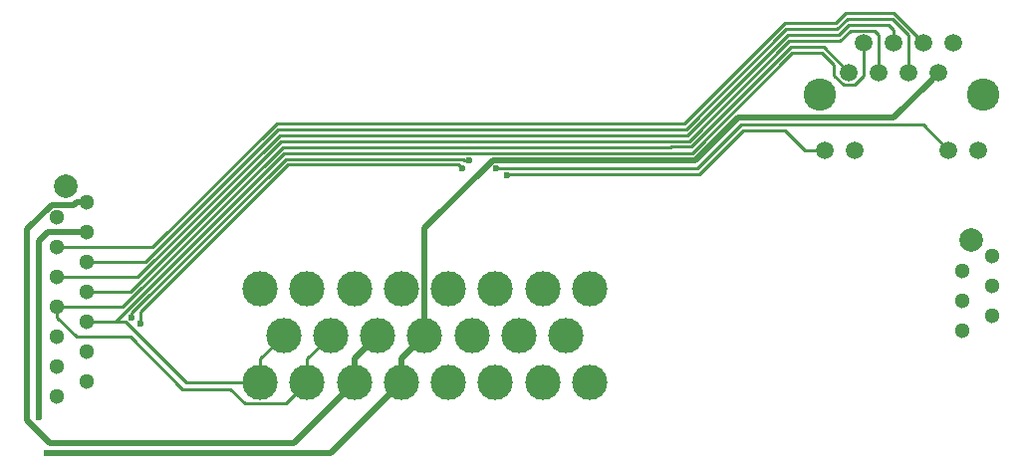
<source format=gbr>
G04 #@! TF.FileFunction,Copper,L1,Top,Signal*
%FSLAX46Y46*%
G04 Gerber Fmt 4.6, Leading zero omitted, Abs format (unit mm)*
G04 Created by KiCad (PCBNEW 4.0.7-e2-6376~58~ubuntu16.04.1) date Sat Mar 10 14:38:45 2018*
%MOMM*%
%LPD*%
G01*
G04 APERTURE LIST*
%ADD10C,0.100000*%
%ADD11C,1.300000*%
%ADD12C,2.000000*%
%ADD13C,1.500000*%
%ADD14C,2.750000*%
%ADD15C,3.000000*%
%ADD16C,0.600000*%
%ADD17C,0.254000*%
%ADD18C,0.508000*%
G04 APERTURE END LIST*
D10*
D11*
X102362000Y-80391000D03*
X102362000Y-77851000D03*
X102362000Y-75311000D03*
X102362000Y-82931000D03*
X99822000Y-76581000D03*
X99822000Y-79121000D03*
X99822000Y-81661000D03*
X99822000Y-84201000D03*
X102362000Y-85471000D03*
X99822000Y-86741000D03*
X102362000Y-88011000D03*
X99822000Y-89281000D03*
X102362000Y-90551000D03*
X99822000Y-91821000D03*
D12*
X100562000Y-73911000D03*
D11*
X179324000Y-84963000D03*
X179324000Y-82423000D03*
X179324000Y-79883000D03*
X176784000Y-81153000D03*
X176784000Y-83693000D03*
X176784000Y-86233000D03*
D12*
X177524000Y-78483000D03*
D13*
X165032000Y-70892000D03*
X167572000Y-70892000D03*
X178132000Y-70892000D03*
X175592000Y-70892000D03*
X167132000Y-64262000D03*
X169672000Y-64262000D03*
X172212000Y-64262000D03*
X174752000Y-64262000D03*
X168402000Y-61722000D03*
X170942000Y-61722000D03*
X173482000Y-61722000D03*
X176022000Y-61722000D03*
D14*
X164632000Y-66142000D03*
X178532000Y-66142000D03*
D15*
X145064000Y-90614000D03*
X121064000Y-90614000D03*
X125064000Y-90614000D03*
X129064000Y-90614000D03*
X133064000Y-90614000D03*
X137064000Y-90614000D03*
X141064000Y-90614000D03*
X123064000Y-86614000D03*
X127064000Y-86614000D03*
X135064000Y-86614000D03*
X131064000Y-86614000D03*
X139064000Y-86614000D03*
X143064000Y-86614000D03*
X145064000Y-82614000D03*
X141064000Y-82614000D03*
X137064000Y-82614000D03*
X129064000Y-82614000D03*
X133064000Y-82614000D03*
X125064000Y-82614000D03*
X121064000Y-82614000D03*
X117064000Y-90614000D03*
X119064000Y-86614000D03*
X117064000Y-82614000D03*
D16*
X98933000Y-96647000D03*
X98298000Y-93599000D03*
X137160000Y-72447990D03*
X106172000Y-85090000D03*
X134874000Y-71755000D03*
X106934000Y-85598000D03*
X134239000Y-72390000D03*
X138049000Y-73025000D03*
D17*
X172212000Y-64262000D02*
X172212000Y-61087000D01*
X172212000Y-61087000D02*
X170815000Y-59690000D01*
X153289000Y-69088000D02*
X118618000Y-69088000D01*
X170815000Y-59690000D02*
X167005000Y-59690000D01*
X167005000Y-59690000D02*
X166116000Y-60579000D01*
X166116000Y-60579000D02*
X161798000Y-60579000D01*
X161798000Y-60579000D02*
X153289000Y-69088000D01*
X118618000Y-69088000D02*
X107315000Y-80391000D01*
X107315000Y-80391000D02*
X102362000Y-80391000D01*
D18*
X170942000Y-68072000D02*
X174002001Y-65011999D01*
X157734000Y-68072000D02*
X170942000Y-68072000D01*
X137497921Y-71743989D02*
X137508932Y-71755000D01*
X174002001Y-65011999D02*
X174752000Y-64262000D01*
X136822079Y-71743989D02*
X137497921Y-71743989D01*
X131064000Y-77502068D02*
X136822079Y-71743989D01*
X131064000Y-86614000D02*
X131064000Y-77502068D01*
X154051000Y-71755000D02*
X157734000Y-68072000D01*
X137508932Y-71755000D02*
X154051000Y-71755000D01*
X98933000Y-96647000D02*
X123031000Y-96647000D01*
X123031000Y-96647000D02*
X123158000Y-96520000D01*
X123158000Y-96520000D02*
X129064000Y-90614000D01*
X99060000Y-77851000D02*
X98298000Y-78613000D01*
X98298000Y-78613000D02*
X98298000Y-93599000D01*
X102362000Y-77851000D02*
X99060000Y-77851000D01*
X129064000Y-90614000D02*
X129064000Y-88614000D01*
X129064000Y-88614000D02*
X131064000Y-86614000D01*
X97282000Y-77561078D02*
X97282000Y-93853000D01*
X97282000Y-93853000D02*
X99187000Y-95758000D01*
X99187000Y-95758000D02*
X119920000Y-95758000D01*
X119920000Y-95758000D02*
X125064000Y-90614000D01*
X102362000Y-75311000D02*
X101442762Y-75311000D01*
X101442762Y-75311000D02*
X101226763Y-75526999D01*
X101226763Y-75526999D02*
X99316079Y-75526999D01*
X99316079Y-75526999D02*
X97282000Y-77561078D01*
X125064000Y-90614000D02*
X125064000Y-88614000D01*
X125064000Y-88614000D02*
X127064000Y-86614000D01*
D17*
X169672000Y-64262000D02*
X169672000Y-61087000D01*
X118872000Y-70104000D02*
X106045000Y-82931000D01*
X169672000Y-61087000D02*
X169279999Y-60694999D01*
X169279999Y-60694999D02*
X167270001Y-60694999D01*
X106045000Y-82931000D02*
X102362000Y-82931000D01*
X167270001Y-60694999D02*
X166370000Y-61595000D01*
X166370000Y-61595000D02*
X162052000Y-61595000D01*
X162052000Y-61595000D02*
X153543000Y-70104000D01*
X153543000Y-70104000D02*
X118872000Y-70104000D01*
X118491000Y-68580000D02*
X107950000Y-79121000D01*
X107950000Y-79121000D02*
X99822000Y-79121000D01*
X153162000Y-68580000D02*
X118491000Y-68580000D01*
X161671000Y-60071000D02*
X153162000Y-68580000D01*
X165989000Y-60071000D02*
X161671000Y-60071000D01*
X166878000Y-59182000D02*
X165989000Y-60071000D01*
X170942000Y-59182000D02*
X166878000Y-59182000D01*
X173482000Y-61722000D02*
X170942000Y-59182000D01*
X118745000Y-69596000D02*
X106680000Y-81661000D01*
X106680000Y-81661000D02*
X99822000Y-81661000D01*
X153416000Y-69596000D02*
X118745000Y-69596000D01*
X161925000Y-61087000D02*
X153416000Y-69596000D01*
X166243000Y-61087000D02*
X161925000Y-61087000D01*
X167132000Y-60198000D02*
X166243000Y-61087000D01*
X170478660Y-60198000D02*
X167132000Y-60198000D01*
X170942000Y-61722000D02*
X170942000Y-60661340D01*
X170942000Y-60661340D02*
X170478660Y-60198000D01*
X100741238Y-84201000D02*
X99822000Y-84201000D01*
X118999000Y-70612000D02*
X105410000Y-84201000D01*
X105410000Y-84201000D02*
X100741238Y-84201000D01*
X151955643Y-70612000D02*
X118999000Y-70612000D01*
X151978654Y-70588989D02*
X151955643Y-70612000D01*
X153693011Y-70588989D02*
X151978654Y-70588989D01*
X162179000Y-62103000D02*
X153693011Y-70588989D01*
X167132000Y-64262000D02*
X164973000Y-62103000D01*
X164973000Y-62103000D02*
X162179000Y-62103000D01*
X106045000Y-86741000D02*
X101442762Y-86741000D01*
X99822000Y-85120238D02*
X99822000Y-84201000D01*
X101442762Y-86741000D02*
X99822000Y-85120238D01*
X110490000Y-91186000D02*
X106045000Y-86741000D01*
X114554000Y-91186000D02*
X110490000Y-91186000D01*
X115759001Y-92391001D02*
X114554000Y-91186000D01*
X121064000Y-90614000D02*
X119286999Y-92391001D01*
X119286999Y-92391001D02*
X115759001Y-92391001D01*
X123064000Y-86614000D02*
X121064000Y-88614000D01*
X121064000Y-88614000D02*
X121064000Y-90614000D01*
X105664000Y-85471000D02*
X104267000Y-85471000D01*
X104267000Y-85471000D02*
X102362000Y-85471000D01*
X168402000Y-61722000D02*
X168402000Y-64511962D01*
X168402000Y-64511962D02*
X167624961Y-65289001D01*
X119126000Y-71120000D02*
X104775000Y-85471000D01*
X104775000Y-85471000D02*
X104267000Y-85471000D01*
X167624961Y-65289001D02*
X166639039Y-65289001D01*
X165862000Y-64511962D02*
X165862000Y-63627000D01*
X166639039Y-65289001D02*
X165862000Y-64511962D01*
X153797000Y-71120000D02*
X119126000Y-71120000D01*
X165862000Y-63627000D02*
X164846000Y-62611000D01*
X164846000Y-62611000D02*
X162306000Y-62611000D01*
X162306000Y-62611000D02*
X153797000Y-71120000D01*
X110807000Y-90614000D02*
X105664000Y-85471000D01*
X117064000Y-90614000D02*
X110807000Y-90614000D01*
X119064000Y-86614000D02*
X117064000Y-88614000D01*
X117064000Y-88614000D02*
X117064000Y-90614000D01*
X157988000Y-68707000D02*
X154247010Y-72447990D01*
X173407000Y-68707000D02*
X157988000Y-68707000D01*
X175592000Y-70892000D02*
X173407000Y-68707000D01*
X154247010Y-72447990D02*
X137584264Y-72447990D01*
X137584264Y-72447990D02*
X137160000Y-72447990D01*
X119253000Y-71628000D02*
X106172000Y-84709000D01*
X106172000Y-84709000D02*
X106172000Y-85090000D01*
X134322736Y-71628000D02*
X119253000Y-71628000D01*
X134874000Y-71755000D02*
X134449736Y-71755000D01*
X134449736Y-71755000D02*
X134322736Y-71628000D01*
X119425999Y-72090001D02*
X106934000Y-84582000D01*
X106934000Y-84582000D02*
X106934000Y-85598000D01*
X134239000Y-72390000D02*
X133939001Y-72090001D01*
X133939001Y-72090001D02*
X119425999Y-72090001D01*
X154432000Y-72898000D02*
X138176000Y-72898000D01*
X138176000Y-72898000D02*
X138049000Y-73025000D01*
X158115000Y-69215000D02*
X154432000Y-72898000D01*
X161671000Y-69215000D02*
X158115000Y-69215000D01*
X163348000Y-70892000D02*
X161671000Y-69215000D01*
X165032000Y-70892000D02*
X163348000Y-70892000D01*
M02*

</source>
